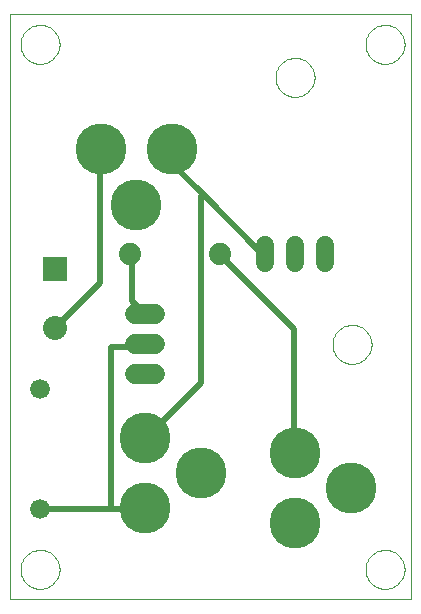
<source format=gtl>
G75*
G70*
%OFA0B0*%
%FSLAX24Y24*%
%IPPOS*%
%LPD*%
%AMOC8*
5,1,8,0,0,1.08239X$1,22.5*
%
%ADD10C,0.0000*%
%ADD11C,0.1700*%
%ADD12C,0.0660*%
%ADD13C,0.0740*%
%ADD14C,0.0660*%
%ADD15C,0.0600*%
%ADD16R,0.0800X0.0800*%
%ADD17C,0.0800*%
%ADD18C,0.0200*%
D10*
X000500Y001000D02*
X000500Y020496D01*
X013870Y020496D01*
X013870Y001000D01*
X000500Y001000D01*
X000850Y002000D02*
X000852Y002050D01*
X000858Y002100D01*
X000868Y002150D01*
X000881Y002198D01*
X000898Y002246D01*
X000919Y002292D01*
X000943Y002336D01*
X000971Y002378D01*
X001002Y002418D01*
X001036Y002455D01*
X001073Y002490D01*
X001112Y002521D01*
X001153Y002550D01*
X001197Y002575D01*
X001243Y002597D01*
X001290Y002615D01*
X001338Y002629D01*
X001387Y002640D01*
X001437Y002647D01*
X001487Y002650D01*
X001538Y002649D01*
X001588Y002644D01*
X001638Y002635D01*
X001686Y002623D01*
X001734Y002606D01*
X001780Y002586D01*
X001825Y002563D01*
X001868Y002536D01*
X001908Y002506D01*
X001946Y002473D01*
X001981Y002437D01*
X002014Y002398D01*
X002043Y002357D01*
X002069Y002314D01*
X002092Y002269D01*
X002111Y002222D01*
X002126Y002174D01*
X002138Y002125D01*
X002146Y002075D01*
X002150Y002025D01*
X002150Y001975D01*
X002146Y001925D01*
X002138Y001875D01*
X002126Y001826D01*
X002111Y001778D01*
X002092Y001731D01*
X002069Y001686D01*
X002043Y001643D01*
X002014Y001602D01*
X001981Y001563D01*
X001946Y001527D01*
X001908Y001494D01*
X001868Y001464D01*
X001825Y001437D01*
X001780Y001414D01*
X001734Y001394D01*
X001686Y001377D01*
X001638Y001365D01*
X001588Y001356D01*
X001538Y001351D01*
X001487Y001350D01*
X001437Y001353D01*
X001387Y001360D01*
X001338Y001371D01*
X001290Y001385D01*
X001243Y001403D01*
X001197Y001425D01*
X001153Y001450D01*
X001112Y001479D01*
X001073Y001510D01*
X001036Y001545D01*
X001002Y001582D01*
X000971Y001622D01*
X000943Y001664D01*
X000919Y001708D01*
X000898Y001754D01*
X000881Y001802D01*
X000868Y001850D01*
X000858Y001900D01*
X000852Y001950D01*
X000850Y002000D01*
X011250Y009500D02*
X011252Y009550D01*
X011258Y009600D01*
X011268Y009650D01*
X011281Y009698D01*
X011298Y009746D01*
X011319Y009792D01*
X011343Y009836D01*
X011371Y009878D01*
X011402Y009918D01*
X011436Y009955D01*
X011473Y009990D01*
X011512Y010021D01*
X011553Y010050D01*
X011597Y010075D01*
X011643Y010097D01*
X011690Y010115D01*
X011738Y010129D01*
X011787Y010140D01*
X011837Y010147D01*
X011887Y010150D01*
X011938Y010149D01*
X011988Y010144D01*
X012038Y010135D01*
X012086Y010123D01*
X012134Y010106D01*
X012180Y010086D01*
X012225Y010063D01*
X012268Y010036D01*
X012308Y010006D01*
X012346Y009973D01*
X012381Y009937D01*
X012414Y009898D01*
X012443Y009857D01*
X012469Y009814D01*
X012492Y009769D01*
X012511Y009722D01*
X012526Y009674D01*
X012538Y009625D01*
X012546Y009575D01*
X012550Y009525D01*
X012550Y009475D01*
X012546Y009425D01*
X012538Y009375D01*
X012526Y009326D01*
X012511Y009278D01*
X012492Y009231D01*
X012469Y009186D01*
X012443Y009143D01*
X012414Y009102D01*
X012381Y009063D01*
X012346Y009027D01*
X012308Y008994D01*
X012268Y008964D01*
X012225Y008937D01*
X012180Y008914D01*
X012134Y008894D01*
X012086Y008877D01*
X012038Y008865D01*
X011988Y008856D01*
X011938Y008851D01*
X011887Y008850D01*
X011837Y008853D01*
X011787Y008860D01*
X011738Y008871D01*
X011690Y008885D01*
X011643Y008903D01*
X011597Y008925D01*
X011553Y008950D01*
X011512Y008979D01*
X011473Y009010D01*
X011436Y009045D01*
X011402Y009082D01*
X011371Y009122D01*
X011343Y009164D01*
X011319Y009208D01*
X011298Y009254D01*
X011281Y009302D01*
X011268Y009350D01*
X011258Y009400D01*
X011252Y009450D01*
X011250Y009500D01*
X012350Y002000D02*
X012352Y002050D01*
X012358Y002100D01*
X012368Y002150D01*
X012381Y002198D01*
X012398Y002246D01*
X012419Y002292D01*
X012443Y002336D01*
X012471Y002378D01*
X012502Y002418D01*
X012536Y002455D01*
X012573Y002490D01*
X012612Y002521D01*
X012653Y002550D01*
X012697Y002575D01*
X012743Y002597D01*
X012790Y002615D01*
X012838Y002629D01*
X012887Y002640D01*
X012937Y002647D01*
X012987Y002650D01*
X013038Y002649D01*
X013088Y002644D01*
X013138Y002635D01*
X013186Y002623D01*
X013234Y002606D01*
X013280Y002586D01*
X013325Y002563D01*
X013368Y002536D01*
X013408Y002506D01*
X013446Y002473D01*
X013481Y002437D01*
X013514Y002398D01*
X013543Y002357D01*
X013569Y002314D01*
X013592Y002269D01*
X013611Y002222D01*
X013626Y002174D01*
X013638Y002125D01*
X013646Y002075D01*
X013650Y002025D01*
X013650Y001975D01*
X013646Y001925D01*
X013638Y001875D01*
X013626Y001826D01*
X013611Y001778D01*
X013592Y001731D01*
X013569Y001686D01*
X013543Y001643D01*
X013514Y001602D01*
X013481Y001563D01*
X013446Y001527D01*
X013408Y001494D01*
X013368Y001464D01*
X013325Y001437D01*
X013280Y001414D01*
X013234Y001394D01*
X013186Y001377D01*
X013138Y001365D01*
X013088Y001356D01*
X013038Y001351D01*
X012987Y001350D01*
X012937Y001353D01*
X012887Y001360D01*
X012838Y001371D01*
X012790Y001385D01*
X012743Y001403D01*
X012697Y001425D01*
X012653Y001450D01*
X012612Y001479D01*
X012573Y001510D01*
X012536Y001545D01*
X012502Y001582D01*
X012471Y001622D01*
X012443Y001664D01*
X012419Y001708D01*
X012398Y001754D01*
X012381Y001802D01*
X012368Y001850D01*
X012358Y001900D01*
X012352Y001950D01*
X012350Y002000D01*
X009350Y018400D02*
X009352Y018450D01*
X009358Y018500D01*
X009368Y018550D01*
X009381Y018598D01*
X009398Y018646D01*
X009419Y018692D01*
X009443Y018736D01*
X009471Y018778D01*
X009502Y018818D01*
X009536Y018855D01*
X009573Y018890D01*
X009612Y018921D01*
X009653Y018950D01*
X009697Y018975D01*
X009743Y018997D01*
X009790Y019015D01*
X009838Y019029D01*
X009887Y019040D01*
X009937Y019047D01*
X009987Y019050D01*
X010038Y019049D01*
X010088Y019044D01*
X010138Y019035D01*
X010186Y019023D01*
X010234Y019006D01*
X010280Y018986D01*
X010325Y018963D01*
X010368Y018936D01*
X010408Y018906D01*
X010446Y018873D01*
X010481Y018837D01*
X010514Y018798D01*
X010543Y018757D01*
X010569Y018714D01*
X010592Y018669D01*
X010611Y018622D01*
X010626Y018574D01*
X010638Y018525D01*
X010646Y018475D01*
X010650Y018425D01*
X010650Y018375D01*
X010646Y018325D01*
X010638Y018275D01*
X010626Y018226D01*
X010611Y018178D01*
X010592Y018131D01*
X010569Y018086D01*
X010543Y018043D01*
X010514Y018002D01*
X010481Y017963D01*
X010446Y017927D01*
X010408Y017894D01*
X010368Y017864D01*
X010325Y017837D01*
X010280Y017814D01*
X010234Y017794D01*
X010186Y017777D01*
X010138Y017765D01*
X010088Y017756D01*
X010038Y017751D01*
X009987Y017750D01*
X009937Y017753D01*
X009887Y017760D01*
X009838Y017771D01*
X009790Y017785D01*
X009743Y017803D01*
X009697Y017825D01*
X009653Y017850D01*
X009612Y017879D01*
X009573Y017910D01*
X009536Y017945D01*
X009502Y017982D01*
X009471Y018022D01*
X009443Y018064D01*
X009419Y018108D01*
X009398Y018154D01*
X009381Y018202D01*
X009368Y018250D01*
X009358Y018300D01*
X009352Y018350D01*
X009350Y018400D01*
X012350Y019500D02*
X012352Y019550D01*
X012358Y019600D01*
X012368Y019650D01*
X012381Y019698D01*
X012398Y019746D01*
X012419Y019792D01*
X012443Y019836D01*
X012471Y019878D01*
X012502Y019918D01*
X012536Y019955D01*
X012573Y019990D01*
X012612Y020021D01*
X012653Y020050D01*
X012697Y020075D01*
X012743Y020097D01*
X012790Y020115D01*
X012838Y020129D01*
X012887Y020140D01*
X012937Y020147D01*
X012987Y020150D01*
X013038Y020149D01*
X013088Y020144D01*
X013138Y020135D01*
X013186Y020123D01*
X013234Y020106D01*
X013280Y020086D01*
X013325Y020063D01*
X013368Y020036D01*
X013408Y020006D01*
X013446Y019973D01*
X013481Y019937D01*
X013514Y019898D01*
X013543Y019857D01*
X013569Y019814D01*
X013592Y019769D01*
X013611Y019722D01*
X013626Y019674D01*
X013638Y019625D01*
X013646Y019575D01*
X013650Y019525D01*
X013650Y019475D01*
X013646Y019425D01*
X013638Y019375D01*
X013626Y019326D01*
X013611Y019278D01*
X013592Y019231D01*
X013569Y019186D01*
X013543Y019143D01*
X013514Y019102D01*
X013481Y019063D01*
X013446Y019027D01*
X013408Y018994D01*
X013368Y018964D01*
X013325Y018937D01*
X013280Y018914D01*
X013234Y018894D01*
X013186Y018877D01*
X013138Y018865D01*
X013088Y018856D01*
X013038Y018851D01*
X012987Y018850D01*
X012937Y018853D01*
X012887Y018860D01*
X012838Y018871D01*
X012790Y018885D01*
X012743Y018903D01*
X012697Y018925D01*
X012653Y018950D01*
X012612Y018979D01*
X012573Y019010D01*
X012536Y019045D01*
X012502Y019082D01*
X012471Y019122D01*
X012443Y019164D01*
X012419Y019208D01*
X012398Y019254D01*
X012381Y019302D01*
X012368Y019350D01*
X012358Y019400D01*
X012352Y019450D01*
X012350Y019500D01*
X000850Y019500D02*
X000852Y019550D01*
X000858Y019600D01*
X000868Y019650D01*
X000881Y019698D01*
X000898Y019746D01*
X000919Y019792D01*
X000943Y019836D01*
X000971Y019878D01*
X001002Y019918D01*
X001036Y019955D01*
X001073Y019990D01*
X001112Y020021D01*
X001153Y020050D01*
X001197Y020075D01*
X001243Y020097D01*
X001290Y020115D01*
X001338Y020129D01*
X001387Y020140D01*
X001437Y020147D01*
X001487Y020150D01*
X001538Y020149D01*
X001588Y020144D01*
X001638Y020135D01*
X001686Y020123D01*
X001734Y020106D01*
X001780Y020086D01*
X001825Y020063D01*
X001868Y020036D01*
X001908Y020006D01*
X001946Y019973D01*
X001981Y019937D01*
X002014Y019898D01*
X002043Y019857D01*
X002069Y019814D01*
X002092Y019769D01*
X002111Y019722D01*
X002126Y019674D01*
X002138Y019625D01*
X002146Y019575D01*
X002150Y019525D01*
X002150Y019475D01*
X002146Y019425D01*
X002138Y019375D01*
X002126Y019326D01*
X002111Y019278D01*
X002092Y019231D01*
X002069Y019186D01*
X002043Y019143D01*
X002014Y019102D01*
X001981Y019063D01*
X001946Y019027D01*
X001908Y018994D01*
X001868Y018964D01*
X001825Y018937D01*
X001780Y018914D01*
X001734Y018894D01*
X001686Y018877D01*
X001638Y018865D01*
X001588Y018856D01*
X001538Y018851D01*
X001487Y018850D01*
X001437Y018853D01*
X001387Y018860D01*
X001338Y018871D01*
X001290Y018885D01*
X001243Y018903D01*
X001197Y018925D01*
X001153Y018950D01*
X001112Y018979D01*
X001073Y019010D01*
X001036Y019045D01*
X001002Y019082D01*
X000971Y019122D01*
X000943Y019164D01*
X000919Y019208D01*
X000898Y019254D01*
X000881Y019302D01*
X000868Y019350D01*
X000858Y019400D01*
X000852Y019450D01*
X000850Y019500D01*
D11*
X003531Y016000D03*
X004713Y014150D03*
X005894Y016000D03*
X005000Y006394D03*
X005000Y004031D03*
X006850Y005213D03*
X010000Y005894D03*
X010000Y003531D03*
X011850Y004713D03*
D12*
X005330Y008500D02*
X004670Y008500D01*
X004670Y009500D02*
X005330Y009500D01*
X005330Y010500D02*
X004670Y010500D01*
D13*
X004500Y012500D03*
X007500Y012500D03*
D14*
X001500Y008000D03*
X001500Y004000D03*
D15*
X009000Y012200D02*
X009000Y012800D01*
X010000Y012800D02*
X010000Y012200D01*
X011000Y012200D02*
X011000Y012800D01*
D16*
X002000Y012000D03*
D17*
X002000Y010031D03*
D18*
X002060Y010120D01*
X003500Y011560D01*
X003500Y016000D01*
X003531Y016000D01*
X005894Y016000D02*
X005900Y016000D01*
X005900Y015520D01*
X006920Y014500D01*
X006860Y014440D01*
X006860Y008200D01*
X005060Y006400D01*
X005000Y006394D01*
X005000Y004031D02*
X004940Y004000D01*
X003860Y004000D01*
X003860Y009400D01*
X004940Y009400D01*
X005000Y009500D01*
X005000Y010500D02*
X004940Y010600D01*
X004580Y010960D01*
X004580Y012400D01*
X004500Y012500D01*
X006920Y014500D02*
X008900Y012520D01*
X009000Y012500D01*
X007580Y012400D02*
X007500Y012500D01*
X007580Y012400D02*
X009980Y010000D01*
X009980Y005920D01*
X010000Y005894D01*
X003860Y004000D02*
X001500Y004000D01*
M02*

</source>
